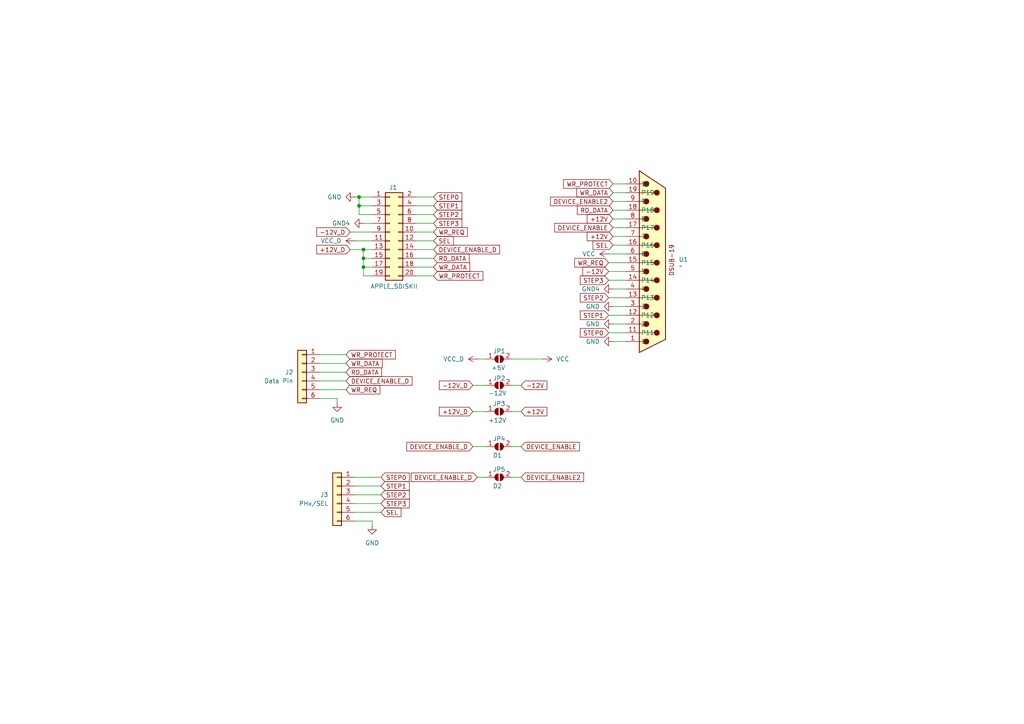
<source format=kicad_sch>
(kicad_sch (version 20231120) (generator "eeschema") (generator_version "8.0")
  (paper "A4")
  (lib_symbols
    (symbol "Connector_Generic:Conn_01x06" (pin_names (offset 1.016) hide)
      (property "Reference" "J" (at 0 7.62 0))
      (property "Value" "Conn_01x06" (at 0 -10.16 0))
      (symbol "Conn_01x06_1_1"
        (rectangle (start -1.27 -7.493) (end 0 -7.747) (stroke (width 0.1524)))
        (rectangle (start -1.27 -4.953) (end 0 -5.207) (stroke (width 0.1524)))
        (rectangle (start -1.27 -2.413) (end 0 -2.667) (stroke (width 0.1524)))
        (rectangle (start -1.27 0.127) (end 0 -0.127) (stroke (width 0.1524)))
        (rectangle (start -1.27 2.667) (end 0 2.413) (stroke (width 0.1524)))
        (rectangle (start -1.27 5.207) (end 0 4.953) (stroke (width 0.1524)))
        (rectangle (start -1.27 6.35) (end 1.27 -8.89) (stroke (width 0.254)) (fill (type background)))
        (pin passive line (at -5.08 5.08 0) (length 3.81) (name "Pin_1") (number "1"))
        (pin passive line (at -5.08 2.54 0) (length 3.81) (name "Pin_2") (number "2"))
        (pin passive line (at -5.08 0 0) (length 3.81) (name "Pin_3") (number "3"))
        (pin passive line (at -5.08 -2.54 0) (length 3.81) (name "Pin_4") (number "4"))
        (pin passive line (at -5.08 -5.08 0) (length 3.81) (name "Pin_5") (number "5"))
        (pin passive line (at -5.08 -7.62 0) (length 3.81) (name "Pin_6") (number "6"))
      )
    )
    (symbol "Connector_Generic:Conn_02x10_Odd_Even" (pin_names (offset 1.016) hide)
      (property "Reference" "J" (at 1.27 12.7 0))
      (property "Value" "Conn_02x10_Odd_Even" (at 1.27 -15.24 0))
      (symbol "Conn_02x10_Odd_Even_1_1"
        (rectangle (start -1.27 -12.573) (end 0 -12.827) (stroke (width 0.1524)))
        (rectangle (start -1.27 -10.033) (end 0 -10.287) (stroke (width 0.1524)))
        (rectangle (start -1.27 -7.493) (end 0 -7.747) (stroke (width 0.1524)))
        (rectangle (start -1.27 -4.953) (end 0 -5.207) (stroke (width 0.1524)))
        (rectangle (start -1.27 -2.413) (end 0 -2.667) (stroke (width 0.1524)))
        (rectangle (start -1.27 0.127) (end 0 -0.127) (stroke (width 0.1524)))
        (rectangle (start -1.27 2.667) (end 0 2.413) (stroke (width 0.1524)))
        (rectangle (start -1.27 5.207) (end 0 4.953) (stroke (width 0.1524)))
        (rectangle (start -1.27 7.747) (end 0 7.493) (stroke (width 0.1524)))
        (rectangle (start -1.27 10.287) (end 0 10.033) (stroke (width 0.1524)))
        (rectangle (start -1.27 11.43) (end 3.81 -13.97) (stroke (width 0.254)) (fill (type background)))
        (rectangle (start 3.81 -12.573) (end 2.54 -12.827) (stroke (width 0.1524)))
        (rectangle (start 3.81 -10.033) (end 2.54 -10.287) (stroke (width 0.1524)))
        (rectangle (start 3.81 -7.493) (end 2.54 -7.747) (stroke (width 0.1524)))
        (rectangle (start 3.81 -4.953) (end 2.54 -5.207) (stroke (width 0.1524)))
        (rectangle (start 3.81 -2.413) (end 2.54 -2.667) (stroke (width 0.1524)))
        (rectangle (start 3.81 0.127) (end 2.54 -0.127) (stroke (width 0.1524)))
        (rectangle (start 3.81 2.667) (end 2.54 2.413) (stroke (width 0.1524)))
        (rectangle (start 3.81 5.207) (end 2.54 4.953) (stroke (width 0.1524)))
        (rectangle (start 3.81 7.747) (end 2.54 7.493) (stroke (width 0.1524)))
        (rectangle (start 3.81 10.287) (end 2.54 10.033) (stroke (width 0.1524)))
        (pin passive line (at -5.08 10.16 0) (length 3.81) (name "Pin_1") (number "1"))
        (pin passive line (at 7.62 0 180) (length 3.81) (name "Pin_10") (number "10"))
        (pin passive line (at -5.08 -2.54 0) (length 3.81) (name "Pin_11") (number "11"))
        (pin passive line (at 7.62 -2.54 180) (length 3.81) (name "Pin_12") (number "12"))
        (pin passive line (at -5.08 -5.08 0) (length 3.81) (name "Pin_13") (number "13"))
        (pin passive line (at 7.62 -5.08 180) (length 3.81) (name "Pin_14") (number "14"))
        (pin passive line (at -5.08 -7.62 0) (length 3.81) (name "Pin_15") (number "15"))
        (pin passive line (at 7.62 -7.62 180) (length 3.81) (name "Pin_16") (number "16"))
        (pin passive line (at -5.08 -10.16 0) (length 3.81) (name "Pin_17") (number "17"))
        (pin passive line (at 7.62 -10.16 180) (length 3.81) (name "Pin_18") (number "18"))
        (pin passive line (at -5.08 -12.7 0) (length 3.81) (name "Pin_19") (number "19"))
        (pin passive line (at 7.62 10.16 180) (length 3.81) (name "Pin_2") (number "2"))
        (pin passive line (at 7.62 -12.7 180) (length 3.81) (name "Pin_20") (number "20"))
        (pin passive line (at -5.08 7.62 0) (length 3.81) (name "Pin_3") (number "3"))
        (pin passive line (at 7.62 7.62 180) (length 3.81) (name "Pin_4") (number "4"))
        (pin passive line (at -5.08 5.08 0) (length 3.81) (name "Pin_5") (number "5"))
        (pin passive line (at 7.62 5.08 180) (length 3.81) (name "Pin_6") (number "6"))
        (pin passive line (at -5.08 2.54 0) (length 3.81) (name "Pin_7") (number "7"))
        (pin passive line (at 7.62 2.54 180) (length 3.81) (name "Pin_8") (number "8"))
        (pin passive line (at -5.08 0 0) (length 3.81) (name "Pin_9") (number "9"))
      )
    )
    (symbol "D-SUB-19:DB19"
      (property "Reference" "U" (at 11.684 30.734 0))
      (symbol "DB19_0_1"
        (polyline (pts (xy 2.54 -12.7) (xy 3.81 -12.7)))
        (polyline (pts (xy 2.54 -10.16) (xy 6.858 -10.16)))
        (polyline (pts (xy 2.54 -7.62) (xy 3.81 -7.62)))
        (polyline (pts (xy 2.54 -5.08) (xy 6.858 -5.08)))
        (polyline (pts (xy 2.54 -2.54) (xy 3.81 -2.54)))
        (polyline (pts (xy 2.54 0) (xy 6.858 0)))
        (polyline (pts (xy 2.54 2.54) (xy 3.81 2.54)))
        (polyline (pts (xy 2.54 5.08) (xy 6.858 5.08)))
        (polyline (pts (xy 2.54 7.62) (xy 3.81 7.62)))
        (polyline (pts (xy 2.54 10.16) (xy 6.858 10.16)))
        (polyline (pts (xy 2.54 12.7) (xy 3.81 12.7)))
        (polyline (pts (xy 2.54 15.24) (xy 6.858 15.24)))
        (polyline (pts (xy 2.54 17.78) (xy 3.81 17.78)))
        (polyline (pts (xy 2.54 20.32) (xy 6.858 20.32)))
        (polyline (pts (xy 2.54 22.86) (xy 3.81 22.86)))
        (polyline (pts (xy 2.54 25.4) (xy 6.858 25.4)))
        (polyline (pts (xy 2.54 27.94) (xy 3.81 27.94)))
        (polyline (pts (xy 2.54 30.48) (xy 6.858 30.48)))
        (polyline (pts (xy 2.54 33.02) (xy 3.81 33.02)))
        (polyline (pts (xy 2.54 -15.875) (xy 10.16 -12.065) (xy 10.16 31.75) (xy 2.54 36.83) (xy 2.54 -15.875)) (stroke (width 0.254)) (fill (type background)))
        (circle (center 4.572 -12.7) (radius 0.762) (fill (type outline)))
        (circle (center 4.572 -7.62) (radius 0.762) (fill (type outline)))
        (circle (center 4.572 -2.54) (radius 0.762) (fill (type outline)))
        (circle (center 4.572 2.54) (radius 0.762) (fill (type outline)))
        (circle (center 4.572 7.62) (radius 0.762) (fill (type outline)))
        (circle (center 4.572 12.7) (radius 0.762) (fill (type outline)))
        (circle (center 4.572 17.78) (radius 0.762) (fill (type outline)))
        (circle (center 4.572 22.86) (radius 0.762) (fill (type outline)))
        (circle (center 4.572 27.94) (radius 0.762) (fill (type outline)))
        (circle (center 4.572 33.02) (radius 0.762) (fill (type outline)))
        (circle (center 7.62 -10.16) (radius 0.762) (fill (type outline)))
        (circle (center 7.62 -5.08) (radius 0.762) (fill (type outline)))
        (circle (center 7.62 0) (radius 0.762) (fill (type outline)))
        (circle (center 7.62 5.08) (radius 0.762) (fill (type outline)))
        (circle (center 7.62 10.16) (radius 0.762) (fill (type outline)))
        (circle (center 7.62 15.24) (radius 0.762) (fill (type outline)))
        (circle (center 7.62 20.32) (radius 0.762) (fill (type outline)))
        (circle (center 7.62 25.4) (radius 0.762) (fill (type outline)))
        (circle (center 7.62 30.48) (radius 0.762) (fill (type outline)))
      )
      (symbol "DB19_1_1"
        (text "DSUB-19" (at 11.938 10.922 900) (effects (font (size 1.27 1.27))))
        (pin passive line (at -1.27 -12.7 0) (length 3.81) (name "1") (number "1"))
        (pin passive line (at -1.27 33.02 0) (length 3.81) (name "10") (number "10"))
        (pin passive line (at -1.27 -10.16 0) (length 3.81) (name "P11") (number "11"))
        (pin passive line (at -1.27 -5.08 0) (length 3.81) (name "P12") (number "12"))
        (pin passive line (at -1.27 0 0) (length 3.81) (name "P13") (number "13"))
        (pin passive line (at -1.27 5.08 0) (length 3.81) (name "P14") (number "14"))
        (pin passive line (at -1.27 10.16 0) (length 3.81) (name "P15") (number "15"))
        (pin passive line (at -1.27 15.24 0) (length 3.81) (name "P16") (number "16"))
        (pin passive line (at -1.27 20.32 0) (length 3.81) (name "P17") (number "17"))
        (pin passive line (at -1.27 25.4 0) (length 3.81) (name "P18") (number "18"))
        (pin passive line (at -1.27 30.48 0) (length 3.81) (name "P19") (number "19"))
        (pin passive line (at -1.27 -7.62 0) (length 3.81) (name "2") (number "2"))
        (pin passive line (at -1.27 -2.54 0) (length 3.81) (name "3") (number "3"))
        (pin passive line (at -1.27 2.54 0) (length 3.81) (name "4") (number "4"))
        (pin passive line (at -1.27 7.62 0) (length 3.81) (name "5") (number "5"))
        (pin passive line (at -1.27 12.7 0) (length 3.81) (name "6") (number "6"))
        (pin passive line (at -1.27 17.78 0) (length 3.81) (name "7") (number "7"))
        (pin passive line (at -1.27 22.86 0) (length 3.81) (name "8") (number "8"))
        (pin passive line (at -1.27 27.94 0) (length 3.81) (name "9") (number "9"))
      )
    )
    (symbol "Jumper:SolderJumper_2_Open" (pin_names (offset 0) hide)
      (property "Reference" "JP" (at 0 2.032 0))
      (property "Value" "SolderJumper_2_Open" (at 0 -2.54 0))
      (symbol "SolderJumper_2_Open_0_1"
        (arc (start -0.254 1.016) (mid -1.2656 0) (end -0.254 -1.016))
        (arc (start -0.254 1.016) (mid -1.2656 0) (end -0.254 -1.016) (fill (type outline)))
        (polyline (pts (xy -0.254 1.016) (xy -0.254 -1.016)))
        (polyline (pts (xy 0.254 1.016) (xy 0.254 -1.016)))
        (arc (start 0.254 -1.016) (mid 1.2656 0) (end 0.254 1.016))
        (arc (start 0.254 -1.016) (mid 1.2656 0) (end 0.254 1.016) (fill (type outline)))
      )
      (symbol "SolderJumper_2_Open_1_1"
        (pin passive line (at -3.81 0 0) (length 2.54) (name "A") (number "1"))
        (pin passive line (at 3.81 0 180) (length 2.54) (name "B") (number "2"))
      )
    )
    (symbol "power:GND" (power) (pin_numbers hide) (pin_names (offset 0) hide)
      (property "Value" "GND" (at 0 -3.81 0))
      (symbol "GND_0_1"
        (polyline (pts (xy 0 0) (xy 0 -1.27) (xy 1.27 -1.27) (xy 0 -2.54) (xy -1.27 -1.27) (xy 0 -1.27)))
      )
      (symbol "GND_1_1"
        (pin power_in line (at 0 0 270) (length 0) (name "~") (number "1"))
      )
    )
    (symbol "power:VCC" (power) (pin_numbers hide) (pin_names (offset 0) hide)
      (property "Value" "VCC" (at 0 3.556 0))
      (symbol "VCC_0_1"
        (polyline (pts (xy -0.762 1.27) (xy 0 2.54)))
        (polyline (pts (xy 0 0) (xy 0 2.54)))
        (polyline (pts (xy 0 2.54) (xy 0.762 1.27)))
      )
      (symbol "VCC_1_1"
        (pin power_in line (at 0 0 90) (length 0) (name "~") (number "1"))
      )
    )
  )
  (junction (at 104.14 59.69))
  (junction (at 104.14 57.15))
  (junction (at 105.41 72.39))
  (junction (at 105.41 77.47))
  (junction (at 105.41 74.93))
  (wire (pts (xy 120.65 72.39) (xy 125.73 72.39)))
  (wire (pts (xy 176.53 78.74) (xy 181.61 78.74)))
  (wire (pts (xy 105.41 77.47) (xy 105.41 74.93)))
  (wire (pts (xy 105.41 64.77) (xy 107.95 64.77)))
  (wire (pts (xy 120.65 67.31) (xy 125.73 67.31)))
  (wire (pts (xy 101.6 72.39) (xy 105.41 72.39)))
  (wire (pts (xy 138.43 104.14) (xy 140.97 104.14)))
  (wire (pts (xy 92.71 115.57) (xy 97.79 115.57)))
  (wire (pts (xy 101.6 67.31) (xy 107.95 67.31)))
  (wire (pts (xy 92.71 102.87) (xy 100.33 102.87)))
  (wire (pts (xy 104.14 57.15) (xy 104.14 59.69)))
  (wire (pts (xy 107.95 80.01) (xy 105.41 80.01)))
  (wire (pts (xy 102.87 69.85) (xy 107.95 69.85)))
  (wire (pts (xy 102.87 146.05) (xy 110.49 146.05)))
  (wire (pts (xy 92.71 113.03) (xy 100.33 113.03)))
  (wire (pts (xy 120.65 77.47) (xy 125.73 77.47)))
  (wire (pts (xy 177.8 66.04) (xy 181.61 66.04)))
  (wire (pts (xy 137.16 119.38) (xy 140.97 119.38)))
  (wire (pts (xy 120.65 64.77) (xy 125.73 64.77)))
  (wire (pts (xy 148.59 138.43) (xy 151.13 138.43)))
  (wire (pts (xy 104.14 59.69) (xy 107.95 59.69)))
  (wire (pts (xy 177.8 93.98) (xy 181.61 93.98)))
  (wire (pts (xy 177.8 58.42) (xy 181.61 58.42)))
  (wire (pts (xy 107.95 57.15) (xy 104.14 57.15)))
  (wire (pts (xy 107.95 77.47) (xy 105.41 77.47)))
  (wire (pts (xy 148.59 111.76) (xy 151.13 111.76)))
  (wire (pts (xy 104.14 59.69) (xy 104.14 62.23)))
  (wire (pts (xy 177.8 88.9) (xy 181.61 88.9)))
  (wire (pts (xy 177.8 99.06) (xy 181.61 99.06)))
  (wire (pts (xy 120.65 57.15) (xy 125.73 57.15)))
  (wire (pts (xy 120.65 62.23) (xy 125.73 62.23)))
  (wire (pts (xy 102.87 138.43) (xy 110.49 138.43)))
  (wire (pts (xy 177.8 53.34) (xy 181.61 53.34)))
  (wire (pts (xy 107.95 74.93) (xy 105.41 74.93)))
  (wire (pts (xy 176.53 73.66) (xy 181.61 73.66)))
  (wire (pts (xy 176.53 91.44) (xy 181.61 91.44)))
  (wire (pts (xy 176.53 96.52) (xy 181.61 96.52)))
  (wire (pts (xy 148.59 104.14) (xy 157.48 104.14)))
  (wire (pts (xy 177.8 68.58) (xy 181.61 68.58)))
  (wire (pts (xy 177.8 83.82) (xy 181.61 83.82)))
  (wire (pts (xy 148.59 119.38) (xy 151.13 119.38)))
  (wire (pts (xy 176.53 86.36) (xy 181.61 86.36)))
  (wire (pts (xy 102.87 151.13) (xy 107.95 151.13)))
  (wire (pts (xy 176.53 76.2) (xy 181.61 76.2)))
  (wire (pts (xy 120.65 80.01) (xy 125.73 80.01)))
  (wire (pts (xy 177.8 71.12) (xy 181.61 71.12)))
  (wire (pts (xy 177.8 55.88) (xy 181.61 55.88)))
  (wire (pts (xy 102.87 140.97) (xy 110.49 140.97)))
  (wire (pts (xy 107.95 151.13) (xy 107.95 152.4)))
  (wire (pts (xy 148.59 129.54) (xy 151.13 129.54)))
  (wire (pts (xy 137.16 129.54) (xy 140.97 129.54)))
  (wire (pts (xy 177.8 60.96) (xy 181.61 60.96)))
  (wire (pts (xy 97.79 115.57) (xy 97.79 116.84)))
  (wire (pts (xy 120.65 74.93) (xy 125.73 74.93)))
  (wire (pts (xy 137.16 111.76) (xy 140.97 111.76)))
  (wire (pts (xy 102.87 143.51) (xy 110.49 143.51)))
  (wire (pts (xy 120.65 69.85) (xy 125.73 69.85)))
  (wire (pts (xy 176.53 81.28) (xy 181.61 81.28)))
  (wire (pts (xy 177.8 63.5) (xy 181.61 63.5)))
  (wire (pts (xy 102.87 57.15) (xy 104.14 57.15)))
  (wire (pts (xy 105.41 74.93) (xy 105.41 72.39)))
  (wire (pts (xy 105.41 80.01) (xy 105.41 77.47)))
  (wire (pts (xy 105.41 72.39) (xy 107.95 72.39)))
  (wire (pts (xy 92.71 105.41) (xy 100.33 105.41)))
  (wire (pts (xy 107.95 62.23) (xy 104.14 62.23)))
  (wire (pts (xy 102.87 148.59) (xy 110.49 148.59)))
  (wire (pts (xy 138.43 138.43) (xy 140.97 138.43)))
  (wire (pts (xy 120.65 59.69) (xy 125.73 59.69)))
  (wire (pts (xy 92.71 107.95) (xy 100.33 107.95)))
  (wire (pts (xy 92.71 110.49) (xy 100.33 110.49)))
  (global_label "WR_REQ" (shape input) (at 176.53 76.2 180) (property "Intersheetrefs" "${INTERSHEET_REFS}" (effects (hide yes))))
  (global_label "+12V" (shape input) (at 151.13 119.38 0) (property "Intersheetrefs" "${INTERSHEET_REFS}" (effects (hide yes))))
  (global_label "STEP2" (shape input) (at 176.53 86.36 180) (property "Intersheetrefs" "${INTERSHEET_REFS}" (effects (hide yes))))
  (global_label "+12V" (shape input) (at 177.8 63.5 180) (property "Intersheetrefs" "${INTERSHEET_REFS}" (effects (hide yes))))
  (global_label "DEVICE_ENABLE" (shape input) (at 151.13 129.54 0) (property "Intersheetrefs" "${INTERSHEET_REFS}" (effects (hide yes))))
  (global_label "DEVICE_ENABLE" (shape input) (at 177.8 66.04 180) (property "Intersheetrefs" "${INTERSHEET_REFS}" (effects (hide yes))))
  (global_label "DEVICE_ENABLE_D" (shape input) (at 137.16 129.54 180) (property "Intersheetrefs" "${INTERSHEET_REFS}" (effects (hide yes))))
  (global_label "STEP0" (shape input) (at 176.53 96.52 180) (property "Intersheetrefs" "${INTERSHEET_REFS}" (effects (hide yes))))
  (global_label "WR_PROTECT" (shape input) (at 177.8 53.34 180) (property "Intersheetrefs" "${INTERSHEET_REFS}" (effects (hide yes))))
  (global_label "DEVICE_ENABLE_D" (shape input) (at 138.43 138.43 180) (property "Intersheetrefs" "${INTERSHEET_REFS}" (effects (hide yes))))
  (global_label "-12V" (shape input) (at 176.53 78.74 180) (property "Intersheetrefs" "${INTERSHEET_REFS}" (effects (hide yes))))
  (global_label "SEL" (shape input) (at 110.49 148.59 0) (property "Intersheetrefs" "${INTERSHEET_REFS}" (effects (hide yes))))
  (global_label "STEP3" (shape input) (at 110.49 146.05 0) (property "Intersheetrefs" "${INTERSHEET_REFS}" (effects (hide yes))))
  (global_label "-12V" (shape input) (at 151.13 111.76 0) (property "Intersheetrefs" "${INTERSHEET_REFS}" (effects (hide yes))))
  (global_label "STEP1" (shape input) (at 110.49 140.97 0) (property "Intersheetrefs" "${INTERSHEET_REFS}" (effects (hide yes))))
  (global_label "STEP1" (shape input) (at 176.53 91.44 180) (property "Intersheetrefs" "${INTERSHEET_REFS}" (effects (hide yes))))
  (global_label "+12V_D" (shape input) (at 137.16 119.38 180) (property "Intersheetrefs" "${INTERSHEET_REFS}" (effects (hide yes))))
  (global_label "WR_PROTECT" (shape input) (at 125.73 80.01 0) (property "Intersheetrefs" "${INTERSHEET_REFS}" (effects (hide yes))))
  (global_label "STEP0" (shape input) (at 125.73 57.15 0) (property "Intersheetrefs" "${INTERSHEET_REFS}" (effects (hide yes))))
  (global_label "RD_DATA" (shape input) (at 177.8 60.96 180) (property "Intersheetrefs" "${INTERSHEET_REFS}" (effects (hide yes))))
  (global_label "STEP3" (shape input) (at 176.53 81.28 180) (property "Intersheetrefs" "${INTERSHEET_REFS}" (effects (hide yes))))
  (global_label "WR_REQ" (shape input) (at 100.33 113.03 0) (property "Intersheetrefs" "${INTERSHEET_REFS}" (effects (hide yes))))
  (global_label "DEVICE_ENABLE_D" (shape input) (at 100.33 110.49 0) (property "Intersheetrefs" "${INTERSHEET_REFS}" (effects (hide yes))))
  (global_label "WR_DATA" (shape input) (at 100.33 105.41 0) (property "Intersheetrefs" "${INTERSHEET_REFS}" (effects (hide yes))))
  (global_label "SEL" (shape input) (at 125.73 69.85 0) (property "Intersheetrefs" "${INTERSHEET_REFS}" (effects (hide yes))))
  (global_label "STEP0" (shape input) (at 110.49 138.43 0) (property "Intersheetrefs" "${INTERSHEET_REFS}" (effects (hide yes))))
  (global_label "STEP2" (shape input) (at 125.73 62.23 0) (property "Intersheetrefs" "${INTERSHEET_REFS}" (effects (hide yes))))
  (global_label "DEVICE_ENABLE2" (shape input) (at 151.13 138.43 0) (property "Intersheetrefs" "${INTERSHEET_REFS}" (effects (hide yes))))
  (global_label "SEL" (shape input) (at 177.8 71.12 180) (property "Intersheetrefs" "${INTERSHEET_REFS}" (effects (hide yes))))
  (global_label "STEP1" (shape input) (at 125.73 59.69 0) (property "Intersheetrefs" "${INTERSHEET_REFS}" (effects (hide yes))))
  (global_label "-12V_D" (shape input) (at 101.6 67.31 180) (property "Intersheetrefs" "${INTERSHEET_REFS}" (effects (hide yes))))
  (global_label "WR_REQ" (shape input) (at 125.73 67.31 0) (property "Intersheetrefs" "${INTERSHEET_REFS}" (effects (hide yes))))
  (global_label "DEVICE_ENABLE_D" (shape input) (at 125.73 72.39 0) (property "Intersheetrefs" "${INTERSHEET_REFS}" (effects (hide yes))))
  (global_label "-12V_D" (shape input) (at 137.16 111.76 180) (property "Intersheetrefs" "${INTERSHEET_REFS}" (effects (hide yes))))
  (global_label "WR_DATA" (shape input) (at 177.8 55.88 180) (property "Intersheetrefs" "${INTERSHEET_REFS}" (effects (hide yes))))
  (global_label "+12V" (shape input) (at 177.8 68.58 180) (property "Intersheetrefs" "${INTERSHEET_REFS}" (effects (hide yes))))
  (global_label "WR_DATA" (shape input) (at 125.73 77.47 0) (property "Intersheetrefs" "${INTERSHEET_REFS}" (effects (hide yes))))
  (global_label "WR_PROTECT" (shape input) (at 100.33 102.87 0) (property "Intersheetrefs" "${INTERSHEET_REFS}" (effects (hide yes))))
  (global_label "+12V_D" (shape input) (at 101.6 72.39 180) (property "Intersheetrefs" "${INTERSHEET_REFS}" (effects (hide yes))))
  (global_label "STEP3" (shape input) (at 125.73 64.77 0) (property "Intersheetrefs" "${INTERSHEET_REFS}" (effects (hide yes))))
  (global_label "RD_DATA" (shape input) (at 125.73 74.93 0) (property "Intersheetrefs" "${INTERSHEET_REFS}" (effects (hide yes))))
  (global_label "RD_DATA" (shape input) (at 100.33 107.95 0) (property "Intersheetrefs" "${INTERSHEET_REFS}" (effects (hide yes))))
  (global_label "DEVICE_ENABLE2" (shape input) (at 177.8 58.42 180) (property "Intersheetrefs" "${INTERSHEET_REFS}" (effects (hide yes))))
  (global_label "STEP2" (shape input) (at 110.49 143.51 0) (property "Intersheetrefs" "${INTERSHEET_REFS}" (effects (hide yes))))
  (symbol (lib_id "power:VCC") (at 176.53 73.66 90) (unit 1)
    (property "Reference" "#PWR05" (effects (hide yes)))
    (property "Value" "VCC" (at 172.72 73.6601 90) (effects (justify left)))
    (property "Description" "Power symbol creates a global label with name \"VCC\"" (effects (hide yes)))
  )
  (symbol (lib_id "power:GND") (at 177.8 88.9 270) (mirror x) (unit 1)
    (property "Reference" "#PWR03" (effects (hide yes)))
    (property "Value" "GND" (at 173.99 88.8999 90) (effects (justify right)))
    (property "Description" "Power symbol creates a global label with name \"GND\" , ground" (effects (hide yes)))
  )
  (symbol (lib_id "power:GND") (at 177.8 99.06 270) (mirror x) (unit 1)
    (property "Reference" "#PWR01" (effects (hide yes)))
    (property "Value" "GND" (at 173.99 99.0599 90) (effects (justify right)))
    (property "Description" "Power symbol creates a global label with name \"GND\" , ground" (effects (hide yes)))
  )
  (symbol (lib_id "Jumper:SolderJumper_2_Open") (at 144.78 104.14 0) (mirror x) (unit 1)
    (property "Reference" "JP1" (at 144.78 101.854 0))
    (property "Value" "+5V" (at 144.526 106.68 0))
    (property "Footprint" "Jumper:SolderJumper-2_P1.3mm_Open_RoundedPad1.0x1.5mm" (effects (hide yes)))
  )
  (symbol (lib_id "power:GND") (at 102.87 57.15 270) (mirror x) (unit 1)
    (property "Reference" "#PWR06" (effects (hide yes)))
    (property "Value" "GND" (at 99.06 57.1499 90) (effects (justify right)))
    (property "Description" "Power symbol creates a global label with name \"GND\" , ground" (effects (hide yes)))
  )
  (symbol (lib_id "Connector_Generic:Conn_02x10_Odd_Even") (at 113.03 67.31 0) (unit 1)
    (property "Reference" "J1" (at 114.046 54.356 0))
    (property "Value" "APPLE_SDISKII" (at 114.3 83.058 0))
    (property "Footprint" "Connector_IDC:IDC-Header_2x10_P2.54mm_Vertical" (effects (hide yes)))
    (property "Description" "Generic connector, double row, 02x10, odd/even pin numbering scheme (row 1 odd numbers, row 2 even numbers), script generated (kicad-library-utils/schlib/autogen/connector/)" (effects (hide yes)))
  )
  (symbol (lib_id "Connector_Generic:Conn_01x06") (at 87.63 107.95 0) (mirror y) (unit 1)
    (property "Reference" "J2" (at 85.09 107.9499 0) (effects (justify left)))
    (property "Value" "Data Pin" (at 85.09 110.4899 0) (effects (justify left)))
    (property "Footprint" "Connector_PinHeader_2.54mm:PinHeader_1x06_P2.54mm_Vertical" (effects (hide yes)))
    (property "Description" "Generic connector, single row, 01x06, script generated (kicad-library-utils/schlib/autogen/connector/)" (effects (hide yes)))
  )
  (symbol (lib_id "power:VCC") (at 157.48 104.14 270) (unit 1)
    (property "Reference" "#PWR09" (effects (hide yes)))
    (property "Value" "VCC" (at 161.29 104.1399 90) (effects (justify left)))
    (property "Description" "Power symbol creates a global label with name \"VCC\"" (effects (hide yes)))
  )
  (symbol (lib_id "power:GND") (at 177.8 93.98 270) (mirror x) (unit 1)
    (property "Reference" "#PWR02" (effects (hide yes)))
    (property "Value" "GND" (at 173.99 93.9799 90) (effects (justify right)))
    (property "Description" "Power symbol creates a global label with name \"GND\" , ground" (effects (hide yes)))
  )
  (symbol (lib_id "power:VCC") (at 138.43 104.14 90) (unit 1)
    (property "Reference" "#PWR07" (effects (hide yes)))
    (property "Value" "VCC_D" (at 134.62 104.1401 90) (effects (justify left)))
    (property "Description" "Power symbol creates a global label with name \"VCC\"" (effects (hide yes)))
  )
  (symbol (lib_id "power:VCC") (at 102.87 69.85 90) (unit 1)
    (property "Reference" "#PWR08" (effects (hide yes)))
    (property "Value" "VCC_D" (at 99.06 69.8501 90) (effects (justify left)))
    (property "Description" "Power symbol creates a global label with name \"VCC\"" (effects (hide yes)))
  )
  (symbol (lib_id "Jumper:SolderJumper_2_Open") (at 144.78 129.54 0) (mirror x) (unit 1)
    (property "Reference" "JP4" (at 144.78 127.254 0))
    (property "Value" "D1" (at 144.272 132.08 0))
    (property "Footprint" "Jumper:SolderJumper-2_P1.3mm_Open_RoundedPad1.0x1.5mm" (effects (hide yes)))
  )
  (symbol (lib_id "D-SUB-19:DB19") (at 182.88 86.36 0) (unit 1)
    (property "Reference" "U1" (at 196.85 75.2474 0) (effects (justify left)))
    (property "Value" "~" (at 196.85 77.1525 0) (effects (justify left)))
    (property "Footprint" "D-SUB-19:DSUB-19-Edge" (effects (hide yes)))
  )
  (symbol (lib_id "power:GND") (at 105.41 64.77 270) (mirror x) (unit 1)
    (property "Reference" "#PWR012" (effects (hide yes)))
    (property "Value" "GND4" (at 101.6 64.7699 90) (effects (justify right)))
    (property "Description" "Power symbol creates a global label with name \"GND\" , ground" (effects (hide yes)))
  )
  (symbol (lib_id "Jumper:SolderJumper_2_Open") (at 144.78 111.76 0) (mirror x) (unit 1)
    (property "Reference" "JP2" (at 144.78 109.728 0))
    (property "Value" "-12V" (at 144.272 114.046 0))
    (property "Footprint" "Jumper:SolderJumper-2_P1.3mm_Open_RoundedPad1.0x1.5mm" (effects (hide yes)))
  )
  (symbol (lib_id "Jumper:SolderJumper_2_Open") (at 144.78 138.43 0) (mirror x) (unit 1)
    (property "Reference" "JP5" (at 144.78 136.144 0))
    (property "Value" "D2" (at 144.272 140.97 0))
    (property "Footprint" "Jumper:SolderJumper-2_P1.3mm_Open_RoundedPad1.0x1.5mm" (effects (hide yes)))
  )
  (symbol (lib_id "power:GND") (at 177.8 83.82 270) (mirror x) (unit 1)
    (property "Reference" "#PWR04" (effects (hide yes)))
    (property "Value" "GND4" (at 173.99 83.8199 90) (effects (justify right)))
    (property "Description" "Power symbol creates a global label with name \"GND\" , ground" (effects (hide yes)))
  )
  (symbol (lib_id "power:GND") (at 107.95 152.4 0) (mirror y) (unit 1)
    (property "Reference" "#PWR011" (effects (hide yes)))
    (property "Value" "GND" (at 107.95 157.48 0))
    (property "Description" "Power symbol creates a global label with name \"GND\" , ground" (effects (hide yes)))
  )
  (symbol (lib_id "Connector_Generic:Conn_01x06") (at 97.79 143.51 0) (mirror y) (unit 1)
    (property "Reference" "J3" (at 95.25 143.5099 0) (effects (justify left)))
    (property "Value" "PHx/SEL" (at 95.25 146.0499 0) (effects (justify left)))
    (property "Footprint" "Connector_PinHeader_2.54mm:PinHeader_1x06_P2.54mm_Vertical" (effects (hide yes)))
    (property "Description" "Generic connector, single row, 01x06, script generated (kicad-library-utils/schlib/autogen/connector/)" (effects (hide yes)))
  )
  (symbol (lib_id "power:GND") (at 97.79 116.84 0) (mirror y) (unit 1)
    (property "Reference" "#PWR010" (effects (hide yes)))
    (property "Value" "GND" (at 97.79 121.92 0))
    (property "Description" "Power symbol creates a global label with name \"GND\" , ground" (effects (hide yes)))
  )
  (symbol (lib_id "Jumper:SolderJumper_2_Open") (at 144.78 119.38 0) (mirror x) (unit 1)
    (property "Reference" "JP3" (at 144.78 117.094 0))
    (property "Value" "+12V" (at 144.272 121.92 0))
    (property "Footprint" "Jumper:SolderJumper-2_P1.3mm_Open_RoundedPad1.0x1.5mm" (effects (hide yes)))
  )
)
</source>
